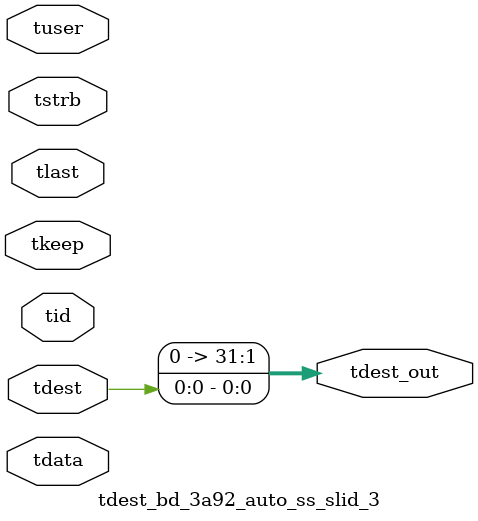
<source format=v>


`timescale 1ps/1ps

module tdest_bd_3a92_auto_ss_slid_3 #
(
parameter C_S_AXIS_TDATA_WIDTH = 32,
parameter C_S_AXIS_TUSER_WIDTH = 0,
parameter C_S_AXIS_TID_WIDTH   = 0,
parameter C_S_AXIS_TDEST_WIDTH = 0,
parameter C_M_AXIS_TDEST_WIDTH = 32
)
(
input  [(C_S_AXIS_TDATA_WIDTH == 0 ? 1 : C_S_AXIS_TDATA_WIDTH)-1:0     ] tdata,
input  [(C_S_AXIS_TUSER_WIDTH == 0 ? 1 : C_S_AXIS_TUSER_WIDTH)-1:0     ] tuser,
input  [(C_S_AXIS_TID_WIDTH   == 0 ? 1 : C_S_AXIS_TID_WIDTH)-1:0       ] tid,
input  [(C_S_AXIS_TDEST_WIDTH == 0 ? 1 : C_S_AXIS_TDEST_WIDTH)-1:0     ] tdest,
input  [(C_S_AXIS_TDATA_WIDTH/8)-1:0 ] tkeep,
input  [(C_S_AXIS_TDATA_WIDTH/8)-1:0 ] tstrb,
input                                                                    tlast,
output [C_M_AXIS_TDEST_WIDTH-1:0] tdest_out
);

assign tdest_out = {3'b000,tdest[0:0]};

endmodule


</source>
